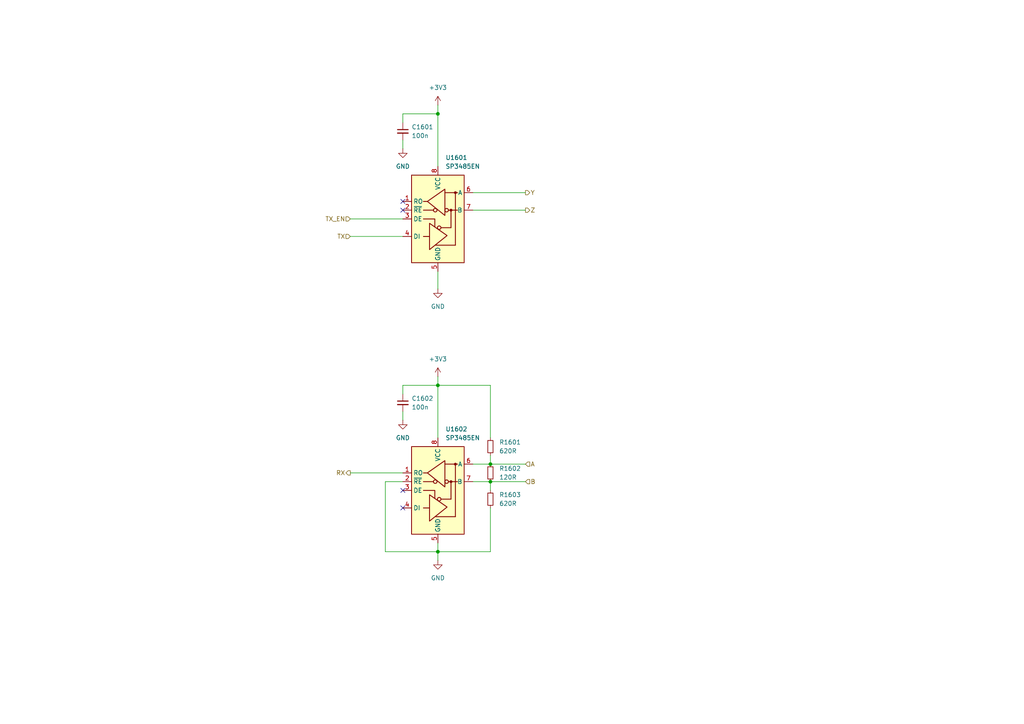
<source format=kicad_sch>
(kicad_sch
	(version 20231120)
	(generator "eeschema")
	(generator_version "8.0")
	(uuid "19597a08-7385-4474-8de4-2e79cf4eddaf")
	(paper "A4")
	(lib_symbols
		(symbol "Device:C_Small"
			(pin_numbers hide)
			(pin_names
				(offset 0.254) hide)
			(exclude_from_sim no)
			(in_bom yes)
			(on_board yes)
			(property "Reference" "C"
				(at 0.254 1.778 0)
				(effects
					(font
						(size 1.27 1.27)
					)
					(justify left)
				)
			)
			(property "Value" "C_Small"
				(at 0.254 -2.032 0)
				(effects
					(font
						(size 1.27 1.27)
					)
					(justify left)
				)
			)
			(property "Footprint" ""
				(at 0 0 0)
				(effects
					(font
						(size 1.27 1.27)
					)
					(hide yes)
				)
			)
			(property "Datasheet" "~"
				(at 0 0 0)
				(effects
					(font
						(size 1.27 1.27)
					)
					(hide yes)
				)
			)
			(property "Description" "Unpolarized capacitor, small symbol"
				(at 0 0 0)
				(effects
					(font
						(size 1.27 1.27)
					)
					(hide yes)
				)
			)
			(property "ki_keywords" "capacitor cap"
				(at 0 0 0)
				(effects
					(font
						(size 1.27 1.27)
					)
					(hide yes)
				)
			)
			(property "ki_fp_filters" "C_*"
				(at 0 0 0)
				(effects
					(font
						(size 1.27 1.27)
					)
					(hide yes)
				)
			)
			(symbol "C_Small_0_1"
				(polyline
					(pts
						(xy -1.524 -0.508) (xy 1.524 -0.508)
					)
					(stroke
						(width 0.3302)
						(type default)
					)
					(fill
						(type none)
					)
				)
				(polyline
					(pts
						(xy -1.524 0.508) (xy 1.524 0.508)
					)
					(stroke
						(width 0.3048)
						(type default)
					)
					(fill
						(type none)
					)
				)
			)
			(symbol "C_Small_1_1"
				(pin passive line
					(at 0 2.54 270)
					(length 2.032)
					(name "~"
						(effects
							(font
								(size 1.27 1.27)
							)
						)
					)
					(number "1"
						(effects
							(font
								(size 1.27 1.27)
							)
						)
					)
				)
				(pin passive line
					(at 0 -2.54 90)
					(length 2.032)
					(name "~"
						(effects
							(font
								(size 1.27 1.27)
							)
						)
					)
					(number "2"
						(effects
							(font
								(size 1.27 1.27)
							)
						)
					)
				)
			)
		)
		(symbol "Device:R_Small"
			(pin_numbers hide)
			(pin_names
				(offset 0.254) hide)
			(exclude_from_sim no)
			(in_bom yes)
			(on_board yes)
			(property "Reference" "R"
				(at 0.762 0.508 0)
				(effects
					(font
						(size 1.27 1.27)
					)
					(justify left)
				)
			)
			(property "Value" "R_Small"
				(at 0.762 -1.016 0)
				(effects
					(font
						(size 1.27 1.27)
					)
					(justify left)
				)
			)
			(property "Footprint" ""
				(at 0 0 0)
				(effects
					(font
						(size 1.27 1.27)
					)
					(hide yes)
				)
			)
			(property "Datasheet" "~"
				(at 0 0 0)
				(effects
					(font
						(size 1.27 1.27)
					)
					(hide yes)
				)
			)
			(property "Description" "Resistor, small symbol"
				(at 0 0 0)
				(effects
					(font
						(size 1.27 1.27)
					)
					(hide yes)
				)
			)
			(property "ki_keywords" "R resistor"
				(at 0 0 0)
				(effects
					(font
						(size 1.27 1.27)
					)
					(hide yes)
				)
			)
			(property "ki_fp_filters" "R_*"
				(at 0 0 0)
				(effects
					(font
						(size 1.27 1.27)
					)
					(hide yes)
				)
			)
			(symbol "R_Small_0_1"
				(rectangle
					(start -0.762 1.778)
					(end 0.762 -1.778)
					(stroke
						(width 0.2032)
						(type default)
					)
					(fill
						(type none)
					)
				)
			)
			(symbol "R_Small_1_1"
				(pin passive line
					(at 0 2.54 270)
					(length 0.762)
					(name "~"
						(effects
							(font
								(size 1.27 1.27)
							)
						)
					)
					(number "1"
						(effects
							(font
								(size 1.27 1.27)
							)
						)
					)
				)
				(pin passive line
					(at 0 -2.54 90)
					(length 0.762)
					(name "~"
						(effects
							(font
								(size 1.27 1.27)
							)
						)
					)
					(number "2"
						(effects
							(font
								(size 1.27 1.27)
							)
						)
					)
				)
			)
		)
		(symbol "Interface_UART:SP3485EN"
			(exclude_from_sim no)
			(in_bom yes)
			(on_board yes)
			(property "Reference" "U"
				(at -7.62 13.97 0)
				(effects
					(font
						(size 1.27 1.27)
					)
					(justify left)
				)
			)
			(property "Value" "SP3485EN"
				(at 1.905 13.97 0)
				(effects
					(font
						(size 1.27 1.27)
					)
					(justify left)
				)
			)
			(property "Footprint" "Package_SO:SOIC-8_3.9x4.9mm_P1.27mm"
				(at 26.67 -8.89 0)
				(effects
					(font
						(size 1.27 1.27)
						(italic yes)
					)
					(hide yes)
				)
			)
			(property "Datasheet" "http://www.icbase.com/pdf/SPX/SPX00480106.pdf"
				(at 0 0 0)
				(effects
					(font
						(size 1.27 1.27)
					)
					(hide yes)
				)
			)
			(property "Description" "Industrial 3.3V Low Power Half-Duplex RS-485 Transceiver 10Mbps, SOIC-8"
				(at 0 0 0)
				(effects
					(font
						(size 1.27 1.27)
					)
					(hide yes)
				)
			)
			(property "ki_keywords" "Low Power Half-Duplex RS-485 Transceiver 10Mbps"
				(at 0 0 0)
				(effects
					(font
						(size 1.27 1.27)
					)
					(hide yes)
				)
			)
			(property "ki_fp_filters" "SOIC*3.9x4.9mm*P1.27mm*"
				(at 0 0 0)
				(effects
					(font
						(size 1.27 1.27)
					)
					(hide yes)
				)
			)
			(symbol "SP3485EN_0_1"
				(rectangle
					(start -7.62 12.7)
					(end 7.62 -12.7)
					(stroke
						(width 0.254)
						(type default)
					)
					(fill
						(type background)
					)
				)
				(polyline
					(pts
						(xy -4.191 2.54) (xy -1.27 2.54)
					)
					(stroke
						(width 0.254)
						(type default)
					)
					(fill
						(type none)
					)
				)
				(polyline
					(pts
						(xy -2.54 -5.08) (xy -4.191 -5.08)
					)
					(stroke
						(width 0.254)
						(type default)
					)
					(fill
						(type none)
					)
				)
				(polyline
					(pts
						(xy -0.635 -7.62) (xy 5.08 -7.62)
					)
					(stroke
						(width 0.254)
						(type default)
					)
					(fill
						(type none)
					)
				)
				(polyline
					(pts
						(xy 0.889 -2.54) (xy 3.81 -2.54)
					)
					(stroke
						(width 0.254)
						(type default)
					)
					(fill
						(type none)
					)
				)
				(polyline
					(pts
						(xy 2.032 7.62) (xy 5.715 7.62)
					)
					(stroke
						(width 0.254)
						(type default)
					)
					(fill
						(type none)
					)
				)
				(polyline
					(pts
						(xy 3.048 2.54) (xy 5.715 2.54)
					)
					(stroke
						(width 0.254)
						(type default)
					)
					(fill
						(type none)
					)
				)
				(polyline
					(pts
						(xy 3.81 -2.54) (xy 3.81 2.54)
					)
					(stroke
						(width 0.254)
						(type default)
					)
					(fill
						(type none)
					)
				)
				(polyline
					(pts
						(xy 5.08 -7.62) (xy 5.08 7.62)
					)
					(stroke
						(width 0.254)
						(type default)
					)
					(fill
						(type none)
					)
				)
				(polyline
					(pts
						(xy -4.191 0) (xy -0.889 0) (xy -0.889 -2.286)
					)
					(stroke
						(width 0.254)
						(type default)
					)
					(fill
						(type none)
					)
				)
				(polyline
					(pts
						(xy -3.175 5.08) (xy -4.191 5.08) (xy -4.064 5.08)
					)
					(stroke
						(width 0.254)
						(type default)
					)
					(fill
						(type none)
					)
				)
				(polyline
					(pts
						(xy -2.413 -5.08) (xy -2.413 -1.27) (xy 2.667 -4.826) (xy -2.413 -8.89) (xy -2.413 -5.08)
					)
					(stroke
						(width 0.254)
						(type default)
					)
					(fill
						(type none)
					)
				)
				(circle
					(center 0.381 -2.54)
					(radius 0.508)
					(stroke
						(width 0.254)
						(type default)
					)
					(fill
						(type none)
					)
				)
				(circle
					(center 3.81 2.54)
					(radius 0.2794)
					(stroke
						(width 0.254)
						(type default)
					)
					(fill
						(type outline)
					)
				)
			)
			(symbol "SP3485EN_1_1"
				(circle
					(center -0.762 2.54)
					(radius 0.508)
					(stroke
						(width 0.254)
						(type default)
					)
					(fill
						(type none)
					)
				)
				(polyline
					(pts
						(xy 2.032 4.826) (xy 2.032 8.636) (xy -3.048 5.08) (xy 2.032 1.016) (xy 2.032 4.826)
					)
					(stroke
						(width 0.254)
						(type default)
					)
					(fill
						(type none)
					)
				)
				(circle
					(center 2.54 2.54)
					(radius 0.508)
					(stroke
						(width 0.254)
						(type default)
					)
					(fill
						(type none)
					)
				)
				(circle
					(center 5.08 7.62)
					(radius 0.2794)
					(stroke
						(width 0.254)
						(type default)
					)
					(fill
						(type outline)
					)
				)
				(pin output line
					(at -10.16 5.08 0)
					(length 2.54)
					(name "RO"
						(effects
							(font
								(size 1.27 1.27)
							)
						)
					)
					(number "1"
						(effects
							(font
								(size 1.27 1.27)
							)
						)
					)
				)
				(pin input line
					(at -10.16 2.54 0)
					(length 2.54)
					(name "~{RE}"
						(effects
							(font
								(size 1.27 1.27)
							)
						)
					)
					(number "2"
						(effects
							(font
								(size 1.27 1.27)
							)
						)
					)
				)
				(pin input line
					(at -10.16 0 0)
					(length 2.54)
					(name "DE"
						(effects
							(font
								(size 1.27 1.27)
							)
						)
					)
					(number "3"
						(effects
							(font
								(size 1.27 1.27)
							)
						)
					)
				)
				(pin input line
					(at -10.16 -5.08 0)
					(length 2.54)
					(name "DI"
						(effects
							(font
								(size 1.27 1.27)
							)
						)
					)
					(number "4"
						(effects
							(font
								(size 1.27 1.27)
							)
						)
					)
				)
				(pin power_in line
					(at 0 -15.24 90)
					(length 2.54)
					(name "GND"
						(effects
							(font
								(size 1.27 1.27)
							)
						)
					)
					(number "5"
						(effects
							(font
								(size 1.27 1.27)
							)
						)
					)
				)
				(pin bidirectional line
					(at 10.16 7.62 180)
					(length 2.54)
					(name "A"
						(effects
							(font
								(size 1.27 1.27)
							)
						)
					)
					(number "6"
						(effects
							(font
								(size 1.27 1.27)
							)
						)
					)
				)
				(pin bidirectional line
					(at 10.16 2.54 180)
					(length 2.54)
					(name "B"
						(effects
							(font
								(size 1.27 1.27)
							)
						)
					)
					(number "7"
						(effects
							(font
								(size 1.27 1.27)
							)
						)
					)
				)
				(pin power_in line
					(at 0 15.24 270)
					(length 2.54)
					(name "VCC"
						(effects
							(font
								(size 1.27 1.27)
							)
						)
					)
					(number "8"
						(effects
							(font
								(size 1.27 1.27)
							)
						)
					)
				)
			)
		)
		(symbol "power:+3V3"
			(power)
			(pin_numbers hide)
			(pin_names
				(offset 0) hide)
			(exclude_from_sim no)
			(in_bom yes)
			(on_board yes)
			(property "Reference" "#PWR"
				(at 0 -3.81 0)
				(effects
					(font
						(size 1.27 1.27)
					)
					(hide yes)
				)
			)
			(property "Value" "+3V3"
				(at 0 3.556 0)
				(effects
					(font
						(size 1.27 1.27)
					)
				)
			)
			(property "Footprint" ""
				(at 0 0 0)
				(effects
					(font
						(size 1.27 1.27)
					)
					(hide yes)
				)
			)
			(property "Datasheet" ""
				(at 0 0 0)
				(effects
					(font
						(size 1.27 1.27)
					)
					(hide yes)
				)
			)
			(property "Description" "Power symbol creates a global label with name \"+3V3\""
				(at 0 0 0)
				(effects
					(font
						(size 1.27 1.27)
					)
					(hide yes)
				)
			)
			(property "ki_keywords" "global power"
				(at 0 0 0)
				(effects
					(font
						(size 1.27 1.27)
					)
					(hide yes)
				)
			)
			(symbol "+3V3_0_1"
				(polyline
					(pts
						(xy -0.762 1.27) (xy 0 2.54)
					)
					(stroke
						(width 0)
						(type default)
					)
					(fill
						(type none)
					)
				)
				(polyline
					(pts
						(xy 0 0) (xy 0 2.54)
					)
					(stroke
						(width 0)
						(type default)
					)
					(fill
						(type none)
					)
				)
				(polyline
					(pts
						(xy 0 2.54) (xy 0.762 1.27)
					)
					(stroke
						(width 0)
						(type default)
					)
					(fill
						(type none)
					)
				)
			)
			(symbol "+3V3_1_1"
				(pin power_in line
					(at 0 0 90)
					(length 0)
					(name "~"
						(effects
							(font
								(size 1.27 1.27)
							)
						)
					)
					(number "1"
						(effects
							(font
								(size 1.27 1.27)
							)
						)
					)
				)
			)
		)
		(symbol "power:GND"
			(power)
			(pin_numbers hide)
			(pin_names
				(offset 0) hide)
			(exclude_from_sim no)
			(in_bom yes)
			(on_board yes)
			(property "Reference" "#PWR"
				(at 0 -6.35 0)
				(effects
					(font
						(size 1.27 1.27)
					)
					(hide yes)
				)
			)
			(property "Value" "GND"
				(at 0 -3.81 0)
				(effects
					(font
						(size 1.27 1.27)
					)
				)
			)
			(property "Footprint" ""
				(at 0 0 0)
				(effects
					(font
						(size 1.27 1.27)
					)
					(hide yes)
				)
			)
			(property "Datasheet" ""
				(at 0 0 0)
				(effects
					(font
						(size 1.27 1.27)
					)
					(hide yes)
				)
			)
			(property "Description" "Power symbol creates a global label with name \"GND\" , ground"
				(at 0 0 0)
				(effects
					(font
						(size 1.27 1.27)
					)
					(hide yes)
				)
			)
			(property "ki_keywords" "global power"
				(at 0 0 0)
				(effects
					(font
						(size 1.27 1.27)
					)
					(hide yes)
				)
			)
			(symbol "GND_0_1"
				(polyline
					(pts
						(xy 0 0) (xy 0 -1.27) (xy 1.27 -1.27) (xy 0 -2.54) (xy -1.27 -1.27) (xy 0 -1.27)
					)
					(stroke
						(width 0)
						(type default)
					)
					(fill
						(type none)
					)
				)
			)
			(symbol "GND_1_1"
				(pin power_in line
					(at 0 0 270)
					(length 0)
					(name "~"
						(effects
							(font
								(size 1.27 1.27)
							)
						)
					)
					(number "1"
						(effects
							(font
								(size 1.27 1.27)
							)
						)
					)
				)
			)
		)
	)
	(junction
		(at 127 111.76)
		(diameter 0)
		(color 0 0 0 0)
		(uuid "1a4d7142-ce1c-44c9-8022-f37791d91903")
	)
	(junction
		(at 142.24 134.62)
		(diameter 0)
		(color 0 0 0 0)
		(uuid "2261b6c4-3570-4437-b458-0648642a7d67")
	)
	(junction
		(at 127 33.02)
		(diameter 0)
		(color 0 0 0 0)
		(uuid "afe41672-cadb-408d-ad61-43abf643a77f")
	)
	(junction
		(at 142.24 139.7)
		(diameter 0)
		(color 0 0 0 0)
		(uuid "cc0619c2-429d-4e67-9ec2-253635c0fc62")
	)
	(junction
		(at 127 160.02)
		(diameter 0)
		(color 0 0 0 0)
		(uuid "ec1fc018-cc4b-40ad-b0f9-21dbd5d656f2")
	)
	(no_connect
		(at 116.84 142.24)
		(uuid "1141396b-e05c-4725-891c-a3f7a00806cf")
	)
	(no_connect
		(at 116.84 58.42)
		(uuid "1cd0f9aa-1b3f-4104-b10b-dfaf2e7ddca3")
	)
	(no_connect
		(at 116.84 60.96)
		(uuid "c3102b79-bd7d-42c7-8d3b-6efad8fd2d53")
	)
	(no_connect
		(at 116.84 147.32)
		(uuid "da89f184-5fa0-45d2-9e3d-8b46e74ff897")
	)
	(wire
		(pts
			(xy 111.76 139.7) (xy 111.76 160.02)
		)
		(stroke
			(width 0)
			(type default)
		)
		(uuid "0ae323b4-c404-41d3-ad96-1ec3879e9891")
	)
	(wire
		(pts
			(xy 137.16 139.7) (xy 142.24 139.7)
		)
		(stroke
			(width 0)
			(type default)
		)
		(uuid "11324ed6-435e-4987-b0b4-20355fc545d8")
	)
	(wire
		(pts
			(xy 142.24 134.62) (xy 152.4 134.62)
		)
		(stroke
			(width 0)
			(type default)
		)
		(uuid "18b798c6-2a6d-4cee-84ee-d3b066f7f17b")
	)
	(wire
		(pts
			(xy 127 160.02) (xy 127 162.56)
		)
		(stroke
			(width 0)
			(type default)
		)
		(uuid "2b07b073-4316-424e-bed5-9be03974d27a")
	)
	(wire
		(pts
			(xy 137.16 60.96) (xy 152.4 60.96)
		)
		(stroke
			(width 0)
			(type default)
		)
		(uuid "3061e4ae-5115-4a8e-a5f8-a109722a1bf1")
	)
	(wire
		(pts
			(xy 137.16 134.62) (xy 142.24 134.62)
		)
		(stroke
			(width 0)
			(type default)
		)
		(uuid "324cce48-2752-47c1-8050-e1e264f7d6a5")
	)
	(wire
		(pts
			(xy 127 127) (xy 127 111.76)
		)
		(stroke
			(width 0)
			(type default)
		)
		(uuid "3e709e36-5e42-424c-897b-57dbbcaee325")
	)
	(wire
		(pts
			(xy 116.84 119.38) (xy 116.84 121.92)
		)
		(stroke
			(width 0)
			(type default)
		)
		(uuid "3f6eaef0-14d8-4e7d-ac10-62092480df0d")
	)
	(wire
		(pts
			(xy 137.16 55.88) (xy 152.4 55.88)
		)
		(stroke
			(width 0)
			(type default)
		)
		(uuid "55529097-b771-4b86-ba63-345504fa6b9b")
	)
	(wire
		(pts
			(xy 101.6 137.16) (xy 116.84 137.16)
		)
		(stroke
			(width 0)
			(type default)
		)
		(uuid "583977e5-10bf-4019-9329-17cc2f0c9b63")
	)
	(wire
		(pts
			(xy 116.84 139.7) (xy 111.76 139.7)
		)
		(stroke
			(width 0)
			(type default)
		)
		(uuid "62ba3fe1-a2ae-4bc0-94b3-1942f038fc7a")
	)
	(wire
		(pts
			(xy 116.84 33.02) (xy 116.84 35.56)
		)
		(stroke
			(width 0)
			(type default)
		)
		(uuid "6a9e447d-3deb-4ae1-ae80-2ac740a39d1d")
	)
	(wire
		(pts
			(xy 127 33.02) (xy 116.84 33.02)
		)
		(stroke
			(width 0)
			(type default)
		)
		(uuid "6fb50e77-9b69-4e14-b10b-e919cddf108d")
	)
	(wire
		(pts
			(xy 142.24 147.32) (xy 142.24 160.02)
		)
		(stroke
			(width 0)
			(type default)
		)
		(uuid "6fc4d7ea-4b1e-4ac6-ae00-ec8d227f6b2a")
	)
	(wire
		(pts
			(xy 142.24 160.02) (xy 127 160.02)
		)
		(stroke
			(width 0)
			(type default)
		)
		(uuid "72bce45c-ce10-42f3-bbc2-b96c10befd88")
	)
	(wire
		(pts
			(xy 116.84 40.64) (xy 116.84 43.18)
		)
		(stroke
			(width 0)
			(type default)
		)
		(uuid "74bb01ba-9a34-4194-b0aa-50f015a95094")
	)
	(wire
		(pts
			(xy 142.24 111.76) (xy 127 111.76)
		)
		(stroke
			(width 0)
			(type default)
		)
		(uuid "8b454334-c3f7-4f7b-a33a-d2c538755e19")
	)
	(wire
		(pts
			(xy 101.6 63.5) (xy 116.84 63.5)
		)
		(stroke
			(width 0)
			(type default)
		)
		(uuid "99ac6dda-ab73-4157-8f67-e61fe1c0fd90")
	)
	(wire
		(pts
			(xy 127 109.22) (xy 127 111.76)
		)
		(stroke
			(width 0)
			(type default)
		)
		(uuid "abb9682c-62ba-48a9-b2e6-c96f772c3278")
	)
	(wire
		(pts
			(xy 111.76 160.02) (xy 127 160.02)
		)
		(stroke
			(width 0)
			(type default)
		)
		(uuid "abc72afe-ac46-4f9e-8752-c0c1b7d4e868")
	)
	(wire
		(pts
			(xy 142.24 127) (xy 142.24 111.76)
		)
		(stroke
			(width 0)
			(type default)
		)
		(uuid "aee7ce29-382d-4680-a3b1-ffc2ed15221c")
	)
	(wire
		(pts
			(xy 116.84 111.76) (xy 116.84 114.3)
		)
		(stroke
			(width 0)
			(type default)
		)
		(uuid "b030f81f-3b06-4f58-bd55-ea302c18f9ca")
	)
	(wire
		(pts
			(xy 142.24 139.7) (xy 142.24 142.24)
		)
		(stroke
			(width 0)
			(type default)
		)
		(uuid "b75d515a-7bd4-4063-84fe-785679787985")
	)
	(wire
		(pts
			(xy 127 111.76) (xy 116.84 111.76)
		)
		(stroke
			(width 0)
			(type default)
		)
		(uuid "c1b1a9cf-19ed-4050-a78c-0e56b3b7f85a")
	)
	(wire
		(pts
			(xy 127 157.48) (xy 127 160.02)
		)
		(stroke
			(width 0)
			(type default)
		)
		(uuid "c617bac6-5e50-4bc1-ab8e-b0816206f693")
	)
	(wire
		(pts
			(xy 127 78.74) (xy 127 83.82)
		)
		(stroke
			(width 0)
			(type default)
		)
		(uuid "d69a5e7f-2ddd-4e34-8951-4a8ff2c6584e")
	)
	(wire
		(pts
			(xy 142.24 139.7) (xy 152.4 139.7)
		)
		(stroke
			(width 0)
			(type default)
		)
		(uuid "d9863a13-2a46-45ec-9b14-2caebd8b4690")
	)
	(wire
		(pts
			(xy 127 30.48) (xy 127 33.02)
		)
		(stroke
			(width 0)
			(type default)
		)
		(uuid "da719050-edd1-47cb-999d-752499212f79")
	)
	(wire
		(pts
			(xy 127 48.26) (xy 127 33.02)
		)
		(stroke
			(width 0)
			(type default)
		)
		(uuid "dcbd4384-bf99-426d-ba52-da51c54c42f5")
	)
	(wire
		(pts
			(xy 142.24 132.08) (xy 142.24 134.62)
		)
		(stroke
			(width 0)
			(type default)
		)
		(uuid "df66db03-e940-44aa-84d5-8e5aafe5e50f")
	)
	(wire
		(pts
			(xy 101.6 68.58) (xy 116.84 68.58)
		)
		(stroke
			(width 0)
			(type default)
		)
		(uuid "f432e67d-7a1c-4144-af71-82894377c92a")
	)
	(hierarchical_label "Y"
		(shape output)
		(at 152.4 55.88 0)
		(fields_autoplaced yes)
		(effects
			(font
				(size 1.27 1.27)
			)
			(justify left)
		)
		(uuid "3579ca5d-065e-4b4d-aaf9-c7e6cc76b9d0")
	)
	(hierarchical_label "TX_EN"
		(shape input)
		(at 101.6 63.5 180)
		(fields_autoplaced yes)
		(effects
			(font
				(size 1.27 1.27)
			)
			(justify right)
		)
		(uuid "4e50f375-91f1-4a63-9943-369b2644bcfc")
	)
	(hierarchical_label "TX"
		(shape input)
		(at 101.6 68.58 180)
		(fields_autoplaced yes)
		(effects
			(font
				(size 1.27 1.27)
			)
			(justify right)
		)
		(uuid "5b8bcd40-2a9a-44fe-9b72-c83bf9f64d95")
	)
	(hierarchical_label "RX"
		(shape output)
		(at 101.6 137.16 180)
		(fields_autoplaced yes)
		(effects
			(font
				(size 1.27 1.27)
			)
			(justify right)
		)
		(uuid "953c6445-fd7f-403c-bd55-f7c8e4ee54e9")
	)
	(hierarchical_label "A"
		(shape input)
		(at 152.4 134.62 0)
		(fields_autoplaced yes)
		(effects
			(font
				(size 1.27 1.27)
			)
			(justify left)
		)
		(uuid "9a3b519a-4da9-49d3-9e82-0b984390642a")
	)
	(hierarchical_label "Z"
		(shape output)
		(at 152.4 60.96 0)
		(fields_autoplaced yes)
		(effects
			(font
				(size 1.27 1.27)
			)
			(justify left)
		)
		(uuid "a6568c78-37d3-4e69-a93a-dd248b73d063")
	)
	(hierarchical_label "B"
		(shape input)
		(at 152.4 139.7 0)
		(fields_autoplaced yes)
		(effects
			(font
				(size 1.27 1.27)
			)
			(justify left)
		)
		(uuid "e76ac2fb-1bd6-4c38-9b99-b545990aaa2b")
	)
	(symbol
		(lib_id "power:GND")
		(at 116.84 43.18 0)
		(unit 1)
		(exclude_from_sim no)
		(in_bom yes)
		(on_board yes)
		(dnp no)
		(fields_autoplaced yes)
		(uuid "21f1e5b2-8192-4ae7-8939-929c7b9c278f")
		(property "Reference" "#PWR0171"
			(at 116.84 49.53 0)
			(effects
				(font
					(size 1.27 1.27)
				)
				(hide yes)
			)
		)
		(property "Value" "GND"
			(at 116.84 48.26 0)
			(effects
				(font
					(size 1.27 1.27)
				)
			)
		)
		(property "Footprint" ""
			(at 116.84 43.18 0)
			(effects
				(font
					(size 1.27 1.27)
				)
				(hide yes)
			)
		)
		(property "Datasheet" ""
			(at 116.84 43.18 0)
			(effects
				(font
					(size 1.27 1.27)
				)
				(hide yes)
			)
		)
		(property "Description" "Power symbol creates a global label with name \"GND\" , ground"
			(at 116.84 43.18 0)
			(effects
				(font
					(size 1.27 1.27)
				)
				(hide yes)
			)
		)
		(pin "1"
			(uuid "2a7228ce-da92-486a-ba90-1492bfcc8042")
		)
		(instances
			(project "stmbl-fpga-master"
				(path "/1f4f22c5-e7b1-4469-a82b-89470ab4678f/034ff52e-8d05-44c1-be51-40ec4cc5be41/0002f502-312c-4cdd-9b2e-a6dda17ea9eb"
					(reference "#PWR0171")
					(unit 1)
				)
				(path "/1f4f22c5-e7b1-4469-a82b-89470ab4678f/034ff52e-8d05-44c1-be51-40ec4cc5be41/00585f86-e3ba-4e8a-8e3e-840a4bdaa79f"
					(reference "#PWR0218")
					(unit 1)
				)
				(path "/1f4f22c5-e7b1-4469-a82b-89470ab4678f/034ff52e-8d05-44c1-be51-40ec4cc5be41/0d39021b-21fa-44c9-9b12-e8f2cfb252b5"
					(reference "#PWR0189")
					(unit 1)
				)
				(path "/1f4f22c5-e7b1-4469-a82b-89470ab4678f/034ff52e-8d05-44c1-be51-40ec4cc5be41/1ed0c195-3f77-41db-8c67-1a1682962a73"
					(reference "#PWR0159")
					(unit 1)
				)
				(path "/1f4f22c5-e7b1-4469-a82b-89470ab4678f/034ff52e-8d05-44c1-be51-40ec4cc5be41/260ab491-49c7-4ee9-8dc2-37af39d8d3aa"
					(reference "#PWR0183")
					(unit 1)
				)
				(path "/1f4f22c5-e7b1-4469-a82b-89470ab4678f/034ff52e-8d05-44c1-be51-40ec4cc5be41/4062f83a-2cc9-40df-8743-2964193afafd"
					(reference "#PWR0135")
					(unit 1)
				)
				(path "/1f4f22c5-e7b1-4469-a82b-89470ab4678f/034ff52e-8d05-44c1-be51-40ec4cc5be41/60f7c47e-9702-42a6-acd2-10685014405b"
					(reference "#PWR0165")
					(unit 1)
				)
				(path "/1f4f22c5-e7b1-4469-a82b-89470ab4678f/034ff52e-8d05-44c1-be51-40ec4cc5be41/65903f6e-a1d6-43d6-985a-79a70313c9a0"
					(reference "#PWR0141")
					(unit 1)
				)
				(path "/1f4f22c5-e7b1-4469-a82b-89470ab4678f/034ff52e-8d05-44c1-be51-40ec4cc5be41/72ff5368-5cab-494e-b00d-8a509a8b1bb8"
					(reference "#PWR0195")
					(unit 1)
				)
				(path "/1f4f22c5-e7b1-4469-a82b-89470ab4678f/034ff52e-8d05-44c1-be51-40ec4cc5be41/9896ea57-8aed-406f-81f1-a1d1e3c3e533"
					(reference "#PWR0177")
					(unit 1)
				)
				(path "/1f4f22c5-e7b1-4469-a82b-89470ab4678f/034ff52e-8d05-44c1-be51-40ec4cc5be41/b2f41e34-60a7-4fb5-b0c7-b46f11edc0ff"
					(reference "#PWR0147")
					(unit 1)
				)
				(path "/1f4f22c5-e7b1-4469-a82b-89470ab4678f/034ff52e-8d05-44c1-be51-40ec4cc5be41/f5a57589-06cb-4d40-bac2-4a9892b7f1a9"
					(reference "#PWR0153")
					(unit 1)
				)
				(path "/1f4f22c5-e7b1-4469-a82b-89470ab4678f/9d968f66-6cf6-4db0-ab5a-bd8fb214abd4/419ed93c-cbca-4c8c-9ee6-96724dea707e"
					(reference "#PWR0230")
					(unit 1)
				)
				(path "/1f4f22c5-e7b1-4469-a82b-89470ab4678f/9d968f66-6cf6-4db0-ab5a-bd8fb214abd4/5f7b44ab-86e3-4503-abc2-5787966b97ca"
					(reference "#PWR0224")
					(unit 1)
				)
			)
		)
	)
	(symbol
		(lib_id "Device:C_Small")
		(at 116.84 38.1 0)
		(unit 1)
		(exclude_from_sim no)
		(in_bom yes)
		(on_board yes)
		(dnp no)
		(fields_autoplaced yes)
		(uuid "3739013d-413e-4f81-afb6-7bbdbeba712f")
		(property "Reference" "C1601"
			(at 119.38 36.8362 0)
			(effects
				(font
					(size 1.27 1.27)
				)
				(justify left)
			)
		)
		(property "Value" "100n"
			(at 119.38 39.3762 0)
			(effects
				(font
					(size 1.27 1.27)
				)
				(justify left)
			)
		)
		(property "Footprint" "Capacitor_SMD:C_0603_1608Metric"
			(at 116.84 38.1 0)
			(effects
				(font
					(size 1.27 1.27)
				)
				(hide yes)
			)
		)
		(property "Datasheet" "~"
			(at 116.84 38.1 0)
			(effects
				(font
					(size 1.27 1.27)
				)
				(hide yes)
			)
		)
		(property "Description" "Unpolarized capacitor, small symbol"
			(at 116.84 38.1 0)
			(effects
				(font
					(size 1.27 1.27)
				)
				(hide yes)
			)
		)
		(pin "2"
			(uuid "fd2a69a3-bfb4-4f8a-9afe-73b7350345e4")
		)
		(pin "1"
			(uuid "53503e45-4d28-4b77-81e9-cf3280bf37b9")
		)
		(instances
			(project "stmbl-fpga-master"
				(path "/1f4f22c5-e7b1-4469-a82b-89470ab4678f/034ff52e-8d05-44c1-be51-40ec4cc5be41/0002f502-312c-4cdd-9b2e-a6dda17ea9eb"
					(reference "C1601")
					(unit 1)
				)
				(path "/1f4f22c5-e7b1-4469-a82b-89470ab4678f/034ff52e-8d05-44c1-be51-40ec4cc5be41/00585f86-e3ba-4e8a-8e3e-840a4bdaa79f"
					(reference "C2101")
					(unit 1)
				)
				(path "/1f4f22c5-e7b1-4469-a82b-89470ab4678f/034ff52e-8d05-44c1-be51-40ec4cc5be41/0d39021b-21fa-44c9-9b12-e8f2cfb252b5"
					(reference "C1901")
					(unit 1)
				)
				(path "/1f4f22c5-e7b1-4469-a82b-89470ab4678f/034ff52e-8d05-44c1-be51-40ec4cc5be41/1ed0c195-3f77-41db-8c67-1a1682962a73"
					(reference "C1401")
					(unit 1)
				)
				(path "/1f4f22c5-e7b1-4469-a82b-89470ab4678f/034ff52e-8d05-44c1-be51-40ec4cc5be41/260ab491-49c7-4ee9-8dc2-37af39d8d3aa"
					(reference "C1801")
					(unit 1)
				)
				(path "/1f4f22c5-e7b1-4469-a82b-89470ab4678f/034ff52e-8d05-44c1-be51-40ec4cc5be41/4062f83a-2cc9-40df-8743-2964193afafd"
					(reference "C1001")
					(unit 1)
				)
				(path "/1f4f22c5-e7b1-4469-a82b-89470ab4678f/034ff52e-8d05-44c1-be51-40ec4cc5be41/60f7c47e-9702-42a6-acd2-10685014405b"
					(reference "C1501")
					(unit 1)
				)
				(path "/1f4f22c5-e7b1-4469-a82b-89470ab4678f/034ff52e-8d05-44c1-be51-40ec4cc5be41/65903f6e-a1d6-43d6-985a-79a70313c9a0"
					(reference "C1101")
					(unit 1)
				)
				(path "/1f4f22c5-e7b1-4469-a82b-89470ab4678f/034ff52e-8d05-44c1-be51-40ec4cc5be41/72ff5368-5cab-494e-b00d-8a509a8b1bb8"
					(reference "C2001")
					(unit 1)
				)
				(path "/1f4f22c5-e7b1-4469-a82b-89470ab4678f/034ff52e-8d05-44c1-be51-40ec4cc5be41/9896ea57-8aed-406f-81f1-a1d1e3c3e533"
					(reference "C1701")
					(unit 1)
				)
				(path "/1f4f22c5-e7b1-4469-a82b-89470ab4678f/034ff52e-8d05-44c1-be51-40ec4cc5be41/b2f41e34-60a7-4fb5-b0c7-b46f11edc0ff"
					(reference "C1201")
					(unit 1)
				)
				(path "/1f4f22c5-e7b1-4469-a82b-89470ab4678f/034ff52e-8d05-44c1-be51-40ec4cc5be41/f5a57589-06cb-4d40-bac2-4a9892b7f1a9"
					(reference "C1301")
					(unit 1)
				)
				(path "/1f4f22c5-e7b1-4469-a82b-89470ab4678f/9d968f66-6cf6-4db0-ab5a-bd8fb214abd4/419ed93c-cbca-4c8c-9ee6-96724dea707e"
					(reference "C2301")
					(unit 1)
				)
				(path "/1f4f22c5-e7b1-4469-a82b-89470ab4678f/9d968f66-6cf6-4db0-ab5a-bd8fb214abd4/5f7b44ab-86e3-4503-abc2-5787966b97ca"
					(reference "C2201")
					(unit 1)
				)
			)
		)
	)
	(symbol
		(lib_id "power:GND")
		(at 127 162.56 0)
		(unit 1)
		(exclude_from_sim no)
		(in_bom yes)
		(on_board yes)
		(dnp no)
		(fields_autoplaced yes)
		(uuid "3eb51428-2c90-4059-b10f-560689716953")
		(property "Reference" "#PWR0176"
			(at 127 168.91 0)
			(effects
				(font
					(size 1.27 1.27)
				)
				(hide yes)
			)
		)
		(property "Value" "GND"
			(at 127 167.64 0)
			(effects
				(font
					(size 1.27 1.27)
				)
			)
		)
		(property "Footprint" ""
			(at 127 162.56 0)
			(effects
				(font
					(size 1.27 1.27)
				)
				(hide yes)
			)
		)
		(property "Datasheet" ""
			(at 127 162.56 0)
			(effects
				(font
					(size 1.27 1.27)
				)
				(hide yes)
			)
		)
		(property "Description" "Power symbol creates a global label with name \"GND\" , ground"
			(at 127 162.56 0)
			(effects
				(font
					(size 1.27 1.27)
				)
				(hide yes)
			)
		)
		(pin "1"
			(uuid "481ccce5-556f-4b62-9d2c-8e23bcde9635")
		)
		(instances
			(project "stmbl-fpga-master"
				(path "/1f4f22c5-e7b1-4469-a82b-89470ab4678f/034ff52e-8d05-44c1-be51-40ec4cc5be41/0002f502-312c-4cdd-9b2e-a6dda17ea9eb"
					(reference "#PWR0176")
					(unit 1)
				)
				(path "/1f4f22c5-e7b1-4469-a82b-89470ab4678f/034ff52e-8d05-44c1-be51-40ec4cc5be41/00585f86-e3ba-4e8a-8e3e-840a4bdaa79f"
					(reference "#PWR0223")
					(unit 1)
				)
				(path "/1f4f22c5-e7b1-4469-a82b-89470ab4678f/034ff52e-8d05-44c1-be51-40ec4cc5be41/0d39021b-21fa-44c9-9b12-e8f2cfb252b5"
					(reference "#PWR0194")
					(unit 1)
				)
				(path "/1f4f22c5-e7b1-4469-a82b-89470ab4678f/034ff52e-8d05-44c1-be51-40ec4cc5be41/1ed0c195-3f77-41db-8c67-1a1682962a73"
					(reference "#PWR0164")
					(unit 1)
				)
				(path "/1f4f22c5-e7b1-4469-a82b-89470ab4678f/034ff52e-8d05-44c1-be51-40ec4cc5be41/260ab491-49c7-4ee9-8dc2-37af39d8d3aa"
					(reference "#PWR0188")
					(unit 1)
				)
				(path "/1f4f22c5-e7b1-4469-a82b-89470ab4678f/034ff52e-8d05-44c1-be51-40ec4cc5be41/4062f83a-2cc9-40df-8743-2964193afafd"
					(reference "#PWR0140")
					(unit 1)
				)
				(path "/1f4f22c5-e7b1-4469-a82b-89470ab4678f/034ff52e-8d05-44c1-be51-40ec4cc5be41/60f7c47e-9702-42a6-acd2-10685014405b"
					(reference "#PWR0170")
					(unit 1)
				)
				(path "/1f4f22c5-e7b1-4469-a82b-89470ab4678f/034ff52e-8d05-44c1-be51-40ec4cc5be41/65903f6e-a1d6-43d6-985a-79a70313c9a0"
					(reference "#PWR0146")
					(unit 1)
				)
				(path "/1f4f22c5-e7b1-4469-a82b-89470ab4678f/034ff52e-8d05-44c1-be51-40ec4cc5be41/72ff5368-5cab-494e-b00d-8a509a8b1bb8"
					(reference "#PWR0200")
					(unit 1)
				)
				(path "/1f4f22c5-e7b1-4469-a82b-89470ab4678f/034ff52e-8d05-44c1-be51-40ec4cc5be41/9896ea57-8aed-406f-81f1-a1d1e3c3e533"
					(reference "#PWR0182")
					(unit 1)
				)
				(path "/1f4f22c5-e7b1-4469-a82b-89470ab4678f/034ff52e-8d05-44c1-be51-40ec4cc5be41/b2f41e34-60a7-4fb5-b0c7-b46f11edc0ff"
					(reference "#PWR0152")
					(unit 1)
				)
				(path "/1f4f22c5-e7b1-4469-a82b-89470ab4678f/034ff52e-8d05-44c1-be51-40ec4cc5be41/f5a57589-06cb-4d40-bac2-4a9892b7f1a9"
					(reference "#PWR0158")
					(unit 1)
				)
				(path "/1f4f22c5-e7b1-4469-a82b-89470ab4678f/9d968f66-6cf6-4db0-ab5a-bd8fb214abd4/419ed93c-cbca-4c8c-9ee6-96724dea707e"
					(reference "#PWR0235")
					(unit 1)
				)
				(path "/1f4f22c5-e7b1-4469-a82b-89470ab4678f/9d968f66-6cf6-4db0-ab5a-bd8fb214abd4/5f7b44ab-86e3-4503-abc2-5787966b97ca"
					(reference "#PWR0229")
					(unit 1)
				)
			)
		)
	)
	(symbol
		(lib_id "power:GND")
		(at 116.84 121.92 0)
		(unit 1)
		(exclude_from_sim no)
		(in_bom yes)
		(on_board yes)
		(dnp no)
		(fields_autoplaced yes)
		(uuid "47247137-b07c-441d-8957-075af72bf299")
		(property "Reference" "#PWR0172"
			(at 116.84 128.27 0)
			(effects
				(font
					(size 1.27 1.27)
				)
				(hide yes)
			)
		)
		(property "Value" "GND"
			(at 116.84 127 0)
			(effects
				(font
					(size 1.27 1.27)
				)
			)
		)
		(property "Footprint" ""
			(at 116.84 121.92 0)
			(effects
				(font
					(size 1.27 1.27)
				)
				(hide yes)
			)
		)
		(property "Datasheet" ""
			(at 116.84 121.92 0)
			(effects
				(font
					(size 1.27 1.27)
				)
				(hide yes)
			)
		)
		(property "Description" "Power symbol creates a global label with name \"GND\" , ground"
			(at 116.84 121.92 0)
			(effects
				(font
					(size 1.27 1.27)
				)
				(hide yes)
			)
		)
		(pin "1"
			(uuid "910e7357-edd0-4a49-9db6-84c43dda6323")
		)
		(instances
			(project "stmbl-fpga-master"
				(path "/1f4f22c5-e7b1-4469-a82b-89470ab4678f/034ff52e-8d05-44c1-be51-40ec4cc5be41/0002f502-312c-4cdd-9b2e-a6dda17ea9eb"
					(reference "#PWR0172")
					(unit 1)
				)
				(path "/1f4f22c5-e7b1-4469-a82b-89470ab4678f/034ff52e-8d05-44c1-be51-40ec4cc5be41/00585f86-e3ba-4e8a-8e3e-840a4bdaa79f"
					(reference "#PWR0219")
					(unit 1)
				)
				(path "/1f4f22c5-e7b1-4469-a82b-89470ab4678f/034ff52e-8d05-44c1-be51-40ec4cc5be41/0d39021b-21fa-44c9-9b12-e8f2cfb252b5"
					(reference "#PWR0190")
					(unit 1)
				)
				(path "/1f4f22c5-e7b1-4469-a82b-89470ab4678f/034ff52e-8d05-44c1-be51-40ec4cc5be41/1ed0c195-3f77-41db-8c67-1a1682962a73"
					(reference "#PWR0160")
					(unit 1)
				)
				(path "/1f4f22c5-e7b1-4469-a82b-89470ab4678f/034ff52e-8d05-44c1-be51-40ec4cc5be41/260ab491-49c7-4ee9-8dc2-37af39d8d3aa"
					(reference "#PWR0184")
					(unit 1)
				)
				(path "/1f4f22c5-e7b1-4469-a82b-89470ab4678f/034ff52e-8d05-44c1-be51-40ec4cc5be41/4062f83a-2cc9-40df-8743-2964193afafd"
					(reference "#PWR0136")
					(unit 1)
				)
				(path "/1f4f22c5-e7b1-4469-a82b-89470ab4678f/034ff52e-8d05-44c1-be51-40ec4cc5be41/60f7c47e-9702-42a6-acd2-10685014405b"
					(reference "#PWR0166")
					(unit 1)
				)
				(path "/1f4f22c5-e7b1-4469-a82b-89470ab4678f/034ff52e-8d05-44c1-be51-40ec4cc5be41/65903f6e-a1d6-43d6-985a-79a70313c9a0"
					(reference "#PWR0142")
					(unit 1)
				)
				(path "/1f4f22c5-e7b1-4469-a82b-89470ab4678f/034ff52e-8d05-44c1-be51-40ec4cc5be41/72ff5368-5cab-494e-b00d-8a509a8b1bb8"
					(reference "#PWR0196")
					(unit 1)
				)
				(path "/1f4f22c5-e7b1-4469-a82b-89470ab4678f/034ff52e-8d05-44c1-be51-40ec4cc5be41/9896ea57-8aed-406f-81f1-a1d1e3c3e533"
					(reference "#PWR0178")
					(unit 1)
				)
				(path "/1f4f22c5-e7b1-4469-a82b-89470ab4678f/034ff52e-8d05-44c1-be51-40ec4cc5be41/b2f41e34-60a7-4fb5-b0c7-b46f11edc0ff"
					(reference "#PWR0148")
					(unit 1)
				)
				(path "/1f4f22c5-e7b1-4469-a82b-89470ab4678f/034ff52e-8d05-44c1-be51-40ec4cc5be41/f5a57589-06cb-4d40-bac2-4a9892b7f1a9"
					(reference "#PWR0154")
					(unit 1)
				)
				(path "/1f4f22c5-e7b1-4469-a82b-89470ab4678f/9d968f66-6cf6-4db0-ab5a-bd8fb214abd4/419ed93c-cbca-4c8c-9ee6-96724dea707e"
					(reference "#PWR0231")
					(unit 1)
				)
				(path "/1f4f22c5-e7b1-4469-a82b-89470ab4678f/9d968f66-6cf6-4db0-ab5a-bd8fb214abd4/5f7b44ab-86e3-4503-abc2-5787966b97ca"
					(reference "#PWR0225")
					(unit 1)
				)
			)
		)
	)
	(symbol
		(lib_id "Interface_UART:SP3485EN")
		(at 127 142.24 0)
		(unit 1)
		(exclude_from_sim no)
		(in_bom yes)
		(on_board yes)
		(dnp no)
		(fields_autoplaced yes)
		(uuid "4b312465-eaa3-42de-9ae8-9706f8f0c17b")
		(property "Reference" "U1602"
			(at 129.1941 124.46 0)
			(effects
				(font
					(size 1.27 1.27)
				)
				(justify left)
			)
		)
		(property "Value" "SP3485EN"
			(at 129.1941 127 0)
			(effects
				(font
					(size 1.27 1.27)
				)
				(justify left)
			)
		)
		(property "Footprint" "Package_SO:SOIC-8_3.9x4.9mm_P1.27mm"
			(at 153.67 151.13 0)
			(effects
				(font
					(size 1.27 1.27)
					(italic yes)
				)
				(hide yes)
			)
		)
		(property "Datasheet" "http://www.icbase.com/pdf/SPX/SPX00480106.pdf"
			(at 127 142.24 0)
			(effects
				(font
					(size 1.27 1.27)
				)
				(hide yes)
			)
		)
		(property "Description" "Industrial 3.3V Low Power Half-Duplex RS-485 Transceiver 10Mbps, SOIC-8"
			(at 127 142.24 0)
			(effects
				(font
					(size 1.27 1.27)
				)
				(hide yes)
			)
		)
		(pin "8"
			(uuid "e1d05706-a4c1-4dcf-94fc-86a506f060f4")
		)
		(pin "4"
			(uuid "64f17e61-6fa6-40f4-8c8a-72a89769c9e4")
		)
		(pin "2"
			(uuid "ee5d31e3-b74e-4bdf-9538-fa2ae977f579")
		)
		(pin "7"
			(uuid "a26354bd-b63e-467e-bb37-3df0106ce52f")
		)
		(pin "1"
			(uuid "041650a8-9fc0-42da-b1a4-b9cd5f21618a")
		)
		(pin "3"
			(uuid "b52d1ec6-09e5-4b9f-a0e8-5bdbfe6a14f2")
		)
		(pin "5"
			(uuid "e46b8611-fa60-47ad-8407-52c12d8e9224")
		)
		(pin "6"
			(uuid "17e6f344-d3f1-45bc-aaf4-82fd7657fcd7")
		)
		(instances
			(project "stmbl-fpga-master"
				(path "/1f4f22c5-e7b1-4469-a82b-89470ab4678f/034ff52e-8d05-44c1-be51-40ec4cc5be41/0002f502-312c-4cdd-9b2e-a6dda17ea9eb"
					(reference "U1602")
					(unit 1)
				)
				(path "/1f4f22c5-e7b1-4469-a82b-89470ab4678f/034ff52e-8d05-44c1-be51-40ec4cc5be41/00585f86-e3ba-4e8a-8e3e-840a4bdaa79f"
					(reference "U2102")
					(unit 1)
				)
				(path "/1f4f22c5-e7b1-4469-a82b-89470ab4678f/034ff52e-8d05-44c1-be51-40ec4cc5be41/0d39021b-21fa-44c9-9b12-e8f2cfb252b5"
					(reference "U1902")
					(unit 1)
				)
				(path "/1f4f22c5-e7b1-4469-a82b-89470ab4678f/034ff52e-8d05-44c1-be51-40ec4cc5be41/1ed0c195-3f77-41db-8c67-1a1682962a73"
					(reference "U1402")
					(unit 1)
				)
				(path "/1f4f22c5-e7b1-4469-a82b-89470ab4678f/034ff52e-8d05-44c1-be51-40ec4cc5be41/260ab491-49c7-4ee9-8dc2-37af39d8d3aa"
					(reference "U1802")
					(unit 1)
				)
				(path "/1f4f22c5-e7b1-4469-a82b-89470ab4678f/034ff52e-8d05-44c1-be51-40ec4cc5be41/4062f83a-2cc9-40df-8743-2964193afafd"
					(reference "U1002")
					(unit 1)
				)
				(path "/1f4f22c5-e7b1-4469-a82b-89470ab4678f/034ff52e-8d05-44c1-be51-40ec4cc5be41/60f7c47e-9702-42a6-acd2-10685014405b"
					(reference "U1502")
					(unit 1)
				)
				(path "/1f4f22c5-e7b1-4469-a82b-89470ab4678f/034ff52e-8d05-44c1-be51-40ec4cc5be41/65903f6e-a1d6-43d6-985a-79a70313c9a0"
					(reference "U1102")
					(unit 1)
				)
				(path "/1f4f22c5-e7b1-4469-a82b-89470ab4678f/034ff52e-8d05-44c1-be51-40ec4cc5be41/72ff5368-5cab-494e-b00d-8a509a8b1bb8"
					(reference "U2002")
					(unit 1)
				)
				(path "/1f4f22c5-e7b1-4469-a82b-89470ab4678f/034ff52e-8d05-44c1-be51-40ec4cc5be41/9896ea57-8aed-406f-81f1-a1d1e3c3e533"
					(reference "U1702")
					(unit 1)
				)
				(path "/1f4f22c5-e7b1-4469-a82b-89470ab4678f/034ff52e-8d05-44c1-be51-40ec4cc5be41/b2f41e34-60a7-4fb5-b0c7-b46f11edc0ff"
					(reference "U1202")
					(unit 1)
				)
				(path "/1f4f22c5-e7b1-4469-a82b-89470ab4678f/034ff52e-8d05-44c1-be51-40ec4cc5be41/f5a57589-06cb-4d40-bac2-4a9892b7f1a9"
					(reference "U1302")
					(unit 1)
				)
				(path "/1f4f22c5-e7b1-4469-a82b-89470ab4678f/9d968f66-6cf6-4db0-ab5a-bd8fb214abd4/419ed93c-cbca-4c8c-9ee6-96724dea707e"
					(reference "U2302")
					(unit 1)
				)
				(path "/1f4f22c5-e7b1-4469-a82b-89470ab4678f/9d968f66-6cf6-4db0-ab5a-bd8fb214abd4/5f7b44ab-86e3-4503-abc2-5787966b97ca"
					(reference "U2202")
					(unit 1)
				)
			)
		)
	)
	(symbol
		(lib_id "power:+3V3")
		(at 127 30.48 0)
		(unit 1)
		(exclude_from_sim no)
		(in_bom yes)
		(on_board yes)
		(dnp no)
		(fields_autoplaced yes)
		(uuid "644d3c1f-fbc8-4a79-8a6a-146c78f988c7")
		(property "Reference" "#PWR0173"
			(at 127 34.29 0)
			(effects
				(font
					(size 1.27 1.27)
				)
				(hide yes)
			)
		)
		(property "Value" "+3V3"
			(at 127 25.4 0)
			(effects
				(font
					(size 1.27 1.27)
				)
			)
		)
		(property "Footprint" ""
			(at 127 30.48 0)
			(effects
				(font
					(size 1.27 1.27)
				)
				(hide yes)
			)
		)
		(property "Datasheet" ""
			(at 127 30.48 0)
			(effects
				(font
					(size 1.27 1.27)
				)
				(hide yes)
			)
		)
		(property "Description" "Power symbol creates a global label with name \"+3V3\""
			(at 127 30.48 0)
			(effects
				(font
					(size 1.27 1.27)
				)
				(hide yes)
			)
		)
		(pin "1"
			(uuid "6ddce935-d07b-447f-a4a1-33ae13dff6ae")
		)
		(instances
			(project "stmbl-fpga-master"
				(path "/1f4f22c5-e7b1-4469-a82b-89470ab4678f/034ff52e-8d05-44c1-be51-40ec4cc5be41/0002f502-312c-4cdd-9b2e-a6dda17ea9eb"
					(reference "#PWR0173")
					(unit 1)
				)
				(path "/1f4f22c5-e7b1-4469-a82b-89470ab4678f/034ff52e-8d05-44c1-be51-40ec4cc5be41/00585f86-e3ba-4e8a-8e3e-840a4bdaa79f"
					(reference "#PWR0220")
					(unit 1)
				)
				(path "/1f4f22c5-e7b1-4469-a82b-89470ab4678f/034ff52e-8d05-44c1-be51-40ec4cc5be41/0d39021b-21fa-44c9-9b12-e8f2cfb252b5"
					(reference "#PWR0191")
					(unit 1)
				)
				(path "/1f4f22c5-e7b1-4469-a82b-89470ab4678f/034ff52e-8d05-44c1-be51-40ec4cc5be41/1ed0c195-3f77-41db-8c67-1a1682962a73"
					(reference "#PWR0161")
					(unit 1)
				)
				(path "/1f4f22c5-e7b1-4469-a82b-89470ab4678f/034ff52e-8d05-44c1-be51-40ec4cc5be41/260ab491-49c7-4ee9-8dc2-37af39d8d3aa"
					(reference "#PWR0185")
					(unit 1)
				)
				(path "/1f4f22c5-e7b1-4469-a82b-89470ab4678f/034ff52e-8d05-44c1-be51-40ec4cc5be41/4062f83a-2cc9-40df-8743-2964193afafd"
					(reference "#PWR0137")
					(unit 1)
				)
				(path "/1f4f22c5-e7b1-4469-a82b-89470ab4678f/034ff52e-8d05-44c1-be51-40ec4cc5be41/60f7c47e-9702-42a6-acd2-10685014405b"
					(reference "#PWR0167")
					(unit 1)
				)
				(path "/1f4f22c5-e7b1-4469-a82b-89470ab4678f/034ff52e-8d05-44c1-be51-40ec4cc5be41/65903f6e-a1d6-43d6-985a-79a70313c9a0"
					(reference "#PWR0143")
					(unit 1)
				)
				(path "/1f4f22c5-e7b1-4469-a82b-89470ab4678f/034ff52e-8d05-44c1-be51-40ec4cc5be41/72ff5368-5cab-494e-b00d-8a509a8b1bb8"
					(reference "#PWR0197")
					(unit 1)
				)
				(path "/1f4f22c5-e7b1-4469-a82b-89470ab4678f/034ff52e-8d05-44c1-be51-40ec4cc5be41/9896ea57-8aed-406f-81f1-a1d1e3c3e533"
					(reference "#PWR0179")
					(unit 1)
				)
				(path "/1f4f22c5-e7b1-4469-a82b-89470ab4678f/034ff52e-8d05-44c1-be51-40ec4cc5be41/b2f41e34-60a7-4fb5-b0c7-b46f11edc0ff"
					(reference "#PWR0149")
					(unit 1)
				)
				(path "/1f4f22c5-e7b1-4469-a82b-89470ab4678f/034ff52e-8d05-44c1-be51-40ec4cc5be41/f5a57589-06cb-4d40-bac2-4a9892b7f1a9"
					(reference "#PWR0155")
					(unit 1)
				)
				(path "/1f4f22c5-e7b1-4469-a82b-89470ab4678f/9d968f66-6cf6-4db0-ab5a-bd8fb214abd4/419ed93c-cbca-4c8c-9ee6-96724dea707e"
					(reference "#PWR0232")
					(unit 1)
				)
				(path "/1f4f22c5-e7b1-4469-a82b-89470ab4678f/9d968f66-6cf6-4db0-ab5a-bd8fb214abd4/5f7b44ab-86e3-4503-abc2-5787966b97ca"
					(reference "#PWR0226")
					(unit 1)
				)
			)
		)
	)
	(symbol
		(lib_id "Interface_UART:SP3485EN")
		(at 127 63.5 0)
		(unit 1)
		(exclude_from_sim no)
		(in_bom yes)
		(on_board yes)
		(dnp no)
		(fields_autoplaced yes)
		(uuid "6dbad689-2625-44e9-af06-df618e80b656")
		(property "Reference" "U1601"
			(at 129.1941 45.72 0)
			(effects
				(font
					(size 1.27 1.27)
				)
				(justify left)
			)
		)
		(property "Value" "SP3485EN"
			(at 129.1941 48.26 0)
			(effects
				(font
					(size 1.27 1.27)
				)
				(justify left)
			)
		)
		(property "Footprint" "Package_SO:SOIC-8_3.9x4.9mm_P1.27mm"
			(at 153.67 72.39 0)
			(effects
				(font
					(size 1.27 1.27)
					(italic yes)
				)
				(hide yes)
			)
		)
		(property "Datasheet" "http://www.icbase.com/pdf/SPX/SPX00480106.pdf"
			(at 127 63.5 0)
			(effects
				(font
					(size 1.27 1.27)
				)
				(hide yes)
			)
		)
		(property "Description" "Industrial 3.3V Low Power Half-Duplex RS-485 Transceiver 10Mbps, SOIC-8"
			(at 127 63.5 0)
			(effects
				(font
					(size 1.27 1.27)
				)
				(hide yes)
			)
		)
		(pin "8"
			(uuid "967d22aa-67e3-4025-988b-dc61a36273a8")
		)
		(pin "4"
			(uuid "ffe24c61-52dd-4aa5-8432-dca62a522dd6")
		)
		(pin "2"
			(uuid "13a807ab-4774-4f6a-ac76-7a6f44df2fed")
		)
		(pin "7"
			(uuid "d9fea869-c0b6-40cf-8c96-42f7bf12ed8b")
		)
		(pin "1"
			(uuid "8286e078-c283-4bef-b6ce-03ec015a7e53")
		)
		(pin "3"
			(uuid "088c2425-cdd3-449b-bc39-ab3dd50e5889")
		)
		(pin "5"
			(uuid "0dd7741e-7f52-404c-8348-5c61f4964c76")
		)
		(pin "6"
			(uuid "0df8b2e7-a256-4a8a-bb7c-9b88c8f700d2")
		)
		(instances
			(project "stmbl-fpga-master"
				(path "/1f4f22c5-e7b1-4469-a82b-89470ab4678f/034ff52e-8d05-44c1-be51-40ec4cc5be41/0002f502-312c-4cdd-9b2e-a6dda17ea9eb"
					(reference "U1601")
					(unit 1)
				)
				(path "/1f4f22c5-e7b1-4469-a82b-89470ab4678f/034ff52e-8d05-44c1-be51-40ec4cc5be41/00585f86-e3ba-4e8a-8e3e-840a4bdaa79f"
					(reference "U2101")
					(unit 1)
				)
				(path "/1f4f22c5-e7b1-4469-a82b-89470ab4678f/034ff52e-8d05-44c1-be51-40ec4cc5be41/0d39021b-21fa-44c9-9b12-e8f2cfb252b5"
					(reference "U1901")
					(unit 1)
				)
				(path "/1f4f22c5-e7b1-4469-a82b-89470ab4678f/034ff52e-8d05-44c1-be51-40ec4cc5be41/1ed0c195-3f77-41db-8c67-1a1682962a73"
					(reference "U1401")
					(unit 1)
				)
				(path "/1f4f22c5-e7b1-4469-a82b-89470ab4678f/034ff52e-8d05-44c1-be51-40ec4cc5be41/260ab491-49c7-4ee9-8dc2-37af39d8d3aa"
					(reference "U1801")
					(unit 1)
				)
				(path "/1f4f22c5-e7b1-4469-a82b-89470ab4678f/034ff52e-8d05-44c1-be51-40ec4cc5be41/4062f83a-2cc9-40df-8743-2964193afafd"
					(reference "U1001")
					(unit 1)
				)
				(path "/1f4f22c5-e7b1-4469-a82b-89470ab4678f/034ff52e-8d05-44c1-be51-40ec4cc5be41/60f7c47e-9702-42a6-acd2-10685014405b"
					(reference "U1501")
					(unit 1)
				)
				(path "/1f4f22c5-e7b1-4469-a82b-89470ab4678f/034ff52e-8d05-44c1-be51-40ec4cc5be41/65903f6e-a1d6-43d6-985a-79a70313c9a0"
					(reference "U1101")
					(unit 1)
				)
				(path "/1f4f22c5-e7b1-4469-a82b-89470ab4678f/034ff52e-8d05-44c1-be51-40ec4cc5be41/72ff5368-5cab-494e-b00d-8a509a8b1bb8"
					(reference "U2001")
					(unit 1)
				)
				(path "/1f4f22c5-e7b1-4469-a82b-89470ab4678f/034ff52e-8d05-44c1-be51-40ec4cc5be41/9896ea57-8aed-406f-81f1-a1d1e3c3e533"
					(reference "U1701")
					(unit 1)
				)
				(path "/1f4f22c5-e7b1-4469-a82b-89470ab4678f/034ff52e-8d05-44c1-be51-40ec4cc5be41/b2f41e34-60a7-4fb5-b0c7-b46f11edc0ff"
					(reference "U1201")
					(unit 1)
				)
				(path "/1f4f22c5-e7b1-4469-a82b-89470ab4678f/034ff52e-8d05-44c1-be51-40ec4cc5be41/f5a57589-06cb-4d40-bac2-4a9892b7f1a9"
					(reference "U1301")
					(unit 1)
				)
				(path "/1f4f22c5-e7b1-4469-a82b-89470ab4678f/9d968f66-6cf6-4db0-ab5a-bd8fb214abd4/419ed93c-cbca-4c8c-9ee6-96724dea707e"
					(reference "U2301")
					(unit 1)
				)
				(path "/1f4f22c5-e7b1-4469-a82b-89470ab4678f/9d968f66-6cf6-4db0-ab5a-bd8fb214abd4/5f7b44ab-86e3-4503-abc2-5787966b97ca"
					(reference "U2201")
					(unit 1)
				)
			)
		)
	)
	(symbol
		(lib_id "Device:C_Small")
		(at 116.84 116.84 0)
		(unit 1)
		(exclude_from_sim no)
		(in_bom yes)
		(on_board yes)
		(dnp no)
		(fields_autoplaced yes)
		(uuid "a2ef45a9-c000-49e7-99d9-1349aaee2c37")
		(property "Reference" "C1602"
			(at 119.38 115.5762 0)
			(effects
				(font
					(size 1.27 1.27)
				)
				(justify left)
			)
		)
		(property "Value" "100n"
			(at 119.38 118.1162 0)
			(effects
				(font
					(size 1.27 1.27)
				)
				(justify left)
			)
		)
		(property "Footprint" "Capacitor_SMD:C_0603_1608Metric"
			(at 116.84 116.84 0)
			(effects
				(font
					(size 1.27 1.27)
				)
				(hide yes)
			)
		)
		(property "Datasheet" "~"
			(at 116.84 116.84 0)
			(effects
				(font
					(size 1.27 1.27)
				)
				(hide yes)
			)
		)
		(property "Description" "Unpolarized capacitor, small symbol"
			(at 116.84 116.84 0)
			(effects
				(font
					(size 1.27 1.27)
				)
				(hide yes)
			)
		)
		(pin "2"
			(uuid "3b1726ce-c6b5-46ba-b863-9d830548ad54")
		)
		(pin "1"
			(uuid "c65b9834-2439-4100-8c94-763d604643e8")
		)
		(instances
			(project "stmbl-fpga-master"
				(path "/1f4f22c5-e7b1-4469-a82b-89470ab4678f/034ff52e-8d05-44c1-be51-40ec4cc5be41/0002f502-312c-4cdd-9b2e-a6dda17ea9eb"
					(reference "C1602")
					(unit 1)
				)
				(path "/1f4f22c5-e7b1-4469-a82b-89470ab4678f/034ff52e-8d05-44c1-be51-40ec4cc5be41/00585f86-e3ba-4e8a-8e3e-840a4bdaa79f"
					(reference "C2102")
					(unit 1)
				)
				(path "/1f4f22c5-e7b1-4469-a82b-89470ab4678f/034ff52e-8d05-44c1-be51-40ec4cc5be41/0d39021b-21fa-44c9-9b12-e8f2cfb252b5"
					(reference "C1902")
					(unit 1)
				)
				(path "/1f4f22c5-e7b1-4469-a82b-89470ab4678f/034ff52e-8d05-44c1-be51-40ec4cc5be41/1ed0c195-3f77-41db-8c67-1a1682962a73"
					(reference "C1402")
					(unit 1)
				)
				(path "/1f4f22c5-e7b1-4469-a82b-89470ab4678f/034ff52e-8d05-44c1-be51-40ec4cc5be41/260ab491-49c7-4ee9-8dc2-37af39d8d3aa"
					(reference "C1802")
					(unit 1)
				)
				(path "/1f4f22c5-e7b1-4469-a82b-89470ab4678f/034ff52e-8d05-44c1-be51-40ec4cc5be41/4062f83a-2cc9-40df-8743-2964193afafd"
					(reference "C1002")
					(unit 1)
				)
				(path "/1f4f22c5-e7b1-4469-a82b-89470ab4678f/034ff52e-8d05-44c1-be51-40ec4cc5be41/60f7c47e-9702-42a6-acd2-10685014405b"
					(reference "C1502")
					(unit 1)
				)
				(path "/1f4f22c5-e7b1-4469-a82b-89470ab4678f/034ff52e-8d05-44c1-be51-40ec4cc5be41/65903f6e-a1d6-43d6-985a-79a70313c9a0"
					(reference "C1102")
					(unit 1)
				)
				(path "/1f4f22c5-e7b1-4469-a82b-89470ab4678f/034ff52e-8d05-44c1-be51-40ec4cc5be41/72ff5368-5cab-494e-b00d-8a509a8b1bb8"
					(reference "C2002")
					(unit 1)
				)
				(path "/1f4f22c5-e7b1-4469-a82b-89470ab4678f/034ff52e-8d05-44c1-be51-40ec4cc5be41/9896ea57-8aed-406f-81f1-a1d1e3c3e533"
					(reference "C1702")
					(unit 1)
				)
				(path "/1f4f22c5-e7b1-4469-a82b-89470ab4678f/034ff52e-8d05-44c1-be51-40ec4cc5be41/b2f41e34-60a7-4fb5-b0c7-b46f11edc0ff"
					(reference "C1202")
					(unit 1)
				)
				(path "/1f4f22c5-e7b1-4469-a82b-89470ab4678f/034ff52e-8d05-44c1-be51-40ec4cc5be41/f5a57589-06cb-4d40-bac2-4a9892b7f1a9"
					(reference "C1302")
					(unit 1)
				)
				(path "/1f4f22c5-e7b1-4469-a82b-89470ab4678f/9d968f66-6cf6-4db0-ab5a-bd8fb214abd4/419ed93c-cbca-4c8c-9ee6-96724dea707e"
					(reference "C2302")
					(unit 1)
				)
				(path "/1f4f22c5-e7b1-4469-a82b-89470ab4678f/9d968f66-6cf6-4db0-ab5a-bd8fb214abd4/5f7b44ab-86e3-4503-abc2-5787966b97ca"
					(reference "C2202")
					(unit 1)
				)
			)
		)
	)
	(symbol
		(lib_id "Device:R_Small")
		(at 142.24 129.54 0)
		(unit 1)
		(exclude_from_sim no)
		(in_bom yes)
		(on_board yes)
		(dnp no)
		(fields_autoplaced yes)
		(uuid "b006d316-4420-40ae-8eac-260c7dbaf5da")
		(property "Reference" "R1601"
			(at 144.78 128.2699 0)
			(effects
				(font
					(size 1.27 1.27)
				)
				(justify left)
			)
		)
		(property "Value" "620R"
			(at 144.78 130.8099 0)
			(effects
				(font
					(size 1.27 1.27)
				)
				(justify left)
			)
		)
		(property "Footprint" "Resistor_SMD:R_0603_1608Metric"
			(at 142.24 129.54 0)
			(effects
				(font
					(size 1.27 1.27)
				)
				(hide yes)
			)
		)
		(property "Datasheet" "~"
			(at 142.24 129.54 0)
			(effects
				(font
					(size 1.27 1.27)
				)
				(hide yes)
			)
		)
		(property "Description" "Resistor, small symbol"
			(at 142.24 129.54 0)
			(effects
				(font
					(size 1.27 1.27)
				)
				(hide yes)
			)
		)
		(pin "2"
			(uuid "6f138de8-4193-4e6a-871d-2cf1e02b22b5")
		)
		(pin "1"
			(uuid "c3762540-0352-4116-a88b-f8d0cbb9de3f")
		)
		(instances
			(project "stmbl-fpga-master"
				(path "/1f4f22c5-e7b1-4469-a82b-89470ab4678f/034ff52e-8d05-44c1-be51-40ec4cc5be41/0002f502-312c-4cdd-9b2e-a6dda17ea9eb"
					(reference "R1601")
					(unit 1)
				)
				(path "/1f4f22c5-e7b1-4469-a82b-89470ab4678f/034ff52e-8d05-44c1-be51-40ec4cc5be41/00585f86-e3ba-4e8a-8e3e-840a4bdaa79f"
					(reference "R2101")
					(unit 1)
				)
				(path "/1f4f22c5-e7b1-4469-a82b-89470ab4678f/034ff52e-8d05-44c1-be51-40ec4cc5be41/0d39021b-21fa-44c9-9b12-e8f2cfb252b5"
					(reference "R1901")
					(unit 1)
				)
				(path "/1f4f22c5-e7b1-4469-a82b-89470ab4678f/034ff52e-8d05-44c1-be51-40ec4cc5be41/1ed0c195-3f77-41db-8c67-1a1682962a73"
					(reference "R1401")
					(unit 1)
				)
				(path "/1f4f22c5-e7b1-4469-a82b-89470ab4678f/034ff52e-8d05-44c1-be51-40ec4cc5be41/260ab491-49c7-4ee9-8dc2-37af39d8d3aa"
					(reference "R1801")
					(unit 1)
				)
				(path "/1f4f22c5-e7b1-4469-a82b-89470ab4678f/034ff52e-8d05-44c1-be51-40ec4cc5be41/4062f83a-2cc9-40df-8743-2964193afafd"
					(reference "R1001")
					(unit 1)
				)
				(path "/1f4f22c5-e7b1-4469-a82b-89470ab4678f/034ff52e-8d05-44c1-be51-40ec4cc5be41/60f7c47e-9702-42a6-acd2-10685014405b"
					(reference "R1501")
					(unit 1)
				)
				(path "/1f4f22c5-e7b1-4469-a82b-89470ab4678f/034ff52e-8d05-44c1-be51-40ec4cc5be41/65903f6e-a1d6-43d6-985a-79a70313c9a0"
					(reference "R1101")
					(unit 1)
				)
				(path "/1f4f22c5-e7b1-4469-a82b-89470ab4678f/034ff52e-8d05-44c1-be51-40ec4cc5be41/72ff5368-5cab-494e-b00d-8a509a8b1bb8"
					(reference "R2001")
					(unit 1)
				)
				(path "/1f4f22c5-e7b1-4469-a82b-89470ab4678f/034ff52e-8d05-44c1-be51-40ec4cc5be41/9896ea57-8aed-406f-81f1-a1d1e3c3e533"
					(reference "R1701")
					(unit 1)
				)
				(path "/1f4f22c5-e7b1-4469-a82b-89470ab4678f/034ff52e-8d05-44c1-be51-40ec4cc5be41/b2f41e34-60a7-4fb5-b0c7-b46f11edc0ff"
					(reference "R1201")
					(unit 1)
				)
				(path "/1f4f22c5-e7b1-4469-a82b-89470ab4678f/034ff52e-8d05-44c1-be51-40ec4cc5be41/f5a57589-06cb-4d40-bac2-4a9892b7f1a9"
					(reference "R1301")
					(unit 1)
				)
				(path "/1f4f22c5-e7b1-4469-a82b-89470ab4678f/9d968f66-6cf6-4db0-ab5a-bd8fb214abd4/419ed93c-cbca-4c8c-9ee6-96724dea707e"
					(reference "R2301")
					(unit 1)
				)
				(path "/1f4f22c5-e7b1-4469-a82b-89470ab4678f/9d968f66-6cf6-4db0-ab5a-bd8fb214abd4/5f7b44ab-86e3-4503-abc2-5787966b97ca"
					(reference "R2201")
					(unit 1)
				)
			)
		)
	)
	(symbol
		(lib_id "Device:R_Small")
		(at 142.24 137.16 0)
		(unit 1)
		(exclude_from_sim no)
		(in_bom yes)
		(on_board yes)
		(dnp no)
		(fields_autoplaced yes)
		(uuid "bc8a5a1d-b30e-4eaa-b58d-64f48675f972")
		(property "Reference" "R1602"
			(at 144.78 135.8899 0)
			(effects
				(font
					(size 1.27 1.27)
				)
				(justify left)
			)
		)
		(property "Value" "120R"
			(at 144.78 138.4299 0)
			(effects
				(font
					(size 1.27 1.27)
				)
				(justify left)
			)
		)
		(property "Footprint" "Resistor_SMD:R_0603_1608Metric"
			(at 142.24 137.16 0)
			(effects
				(font
					(size 1.27 1.27)
				)
				(hide yes)
			)
		)
		(property "Datasheet" "~"
			(at 142.24 137.16 0)
			(effects
				(font
					(size 1.27 1.27)
				)
				(hide yes)
			)
		)
		(property "Description" "Resistor, small symbol"
			(at 142.24 137.16 0)
			(effects
				(font
					(size 1.27 1.27)
				)
				(hide yes)
			)
		)
		(pin "2"
			(uuid "cd758099-03e4-4491-ab11-bf7a48193774")
		)
		(pin "1"
			(uuid "0d1da3b1-574c-4411-8460-d5e29296f467")
		)
		(instances
			(project "stmbl-fpga-master"
				(path "/1f4f22c5-e7b1-4469-a82b-89470ab4678f/034ff52e-8d05-44c1-be51-40ec4cc5be41/0002f502-312c-4cdd-9b2e-a6dda17ea9eb"
					(reference "R1602")
					(unit 1)
				)
				(path "/1f4f22c5-e7b1-4469-a82b-89470ab4678f/034ff52e-8d05-44c1-be51-40ec4cc5be41/00585f86-e3ba-4e8a-8e3e-840a4bdaa79f"
					(reference "R2102")
					(unit 1)
				)
				(path "/1f4f22c5-e7b1-4469-a82b-89470ab4678f/034ff52e-8d05-44c1-be51-40ec4cc5be41/0d39021b-21fa-44c9-9b12-e8f2cfb252b5"
					(reference "R1902")
					(unit 1)
				)
				(path "/1f4f22c5-e7b1-4469-a82b-89470ab4678f/034ff52e-8d05-44c1-be51-40ec4cc5be41/1ed0c195-3f77-41db-8c67-1a1682962a73"
					(reference "R1402")
					(unit 1)
				)
				(path "/1f4f22c5-e7b1-4469-a82b-89470ab4678f/034ff52e-8d05-44c1-be51-40ec4cc5be41/260ab491-49c7-4ee9-8dc2-37af39d8d3aa"
					(reference "R1802")
					(unit 1)
				)
				(path "/1f4f22c5-e7b1-4469-a82b-89470ab4678f/034ff52e-8d05-44c1-be51-40ec4cc5be41/4062f83a-2cc9-40df-8743-2964193afafd"
					(reference "R1002")
					(unit 1)
				)
				(path "/1f4f22c5-e7b1-4469-a82b-89470ab4678f/034ff52e-8d05-44c1-be51-40ec4cc5be41/60f7c47e-9702-42a6-acd2-10685014405b"
					(reference "R1502")
					(unit 1)
				)
				(path "/1f4f22c5-e7b1-4469-a82b-89470ab4678f/034ff52e-8d05-44c1-be51-40ec4cc5be41/65903f6e-a1d6-43d6-985a-79a70313c9a0"
					(reference "R1102")
					(unit 1)
				)
				(path "/1f4f22c5-e7b1-4469-a82b-89470ab4678f/034ff52e-8d05-44c1-be51-40ec4cc5be41/72ff5368-5cab-494e-b00d-8a509a8b1bb8"
					(reference "R2002")
					(unit 1)
				)
				(path "/1f4f22c5-e7b1-4469-a82b-89470ab4678f/034ff52e-8d05-44c1-be51-40ec4cc5be41/9896ea57-8aed-406f-81f1-a1d1e3c3e533"
					(reference "R1702")
					(unit 1)
				)
				(path "/1f4f22c5-e7b1-4469-a82b-89470ab4678f/034ff52e-8d05-44c1-be51-40ec4cc5be41/b2f41e34-60a7-4fb5-b0c7-b46f11edc0ff"
					(reference "R1202")
					(unit 1)
				)
				(path "/1f4f22c5-e7b1-4469-a82b-89470ab4678f/034ff52e-8d05-44c1-be51-40ec4cc5be41/f5a57589-06cb-4d40-bac2-4a9892b7f1a9"
					(reference "R1302")
					(unit 1)
				)
				(path "/1f4f22c5-e7b1-4469-a82b-89470ab4678f/9d968f66-6cf6-4db0-ab5a-bd8fb214abd4/419ed93c-cbca-4c8c-9ee6-96724dea707e"
					(reference "R2302")
					(unit 1)
				)
				(path "/1f4f22c5-e7b1-4469-a82b-89470ab4678f/9d968f66-6cf6-4db0-ab5a-bd8fb214abd4/5f7b44ab-86e3-4503-abc2-5787966b97ca"
					(reference "R2202")
					(unit 1)
				)
			)
		)
	)
	(symbol
		(lib_id "power:GND")
		(at 127 83.82 0)
		(unit 1)
		(exclude_from_sim no)
		(in_bom yes)
		(on_board yes)
		(dnp no)
		(fields_autoplaced yes)
		(uuid "c7674a84-df4a-40ae-913c-8cefd23a9c2d")
		(property "Reference" "#PWR0174"
			(at 127 90.17 0)
			(effects
				(font
					(size 1.27 1.27)
				)
				(hide yes)
			)
		)
		(property "Value" "GND"
			(at 127 88.9 0)
			(effects
				(font
					(size 1.27 1.27)
				)
			)
		)
		(property "Footprint" ""
			(at 127 83.82 0)
			(effects
				(font
					(size 1.27 1.27)
				)
				(hide yes)
			)
		)
		(property "Datasheet" ""
			(at 127 83.82 0)
			(effects
				(font
					(size 1.27 1.27)
				)
				(hide yes)
			)
		)
		(property "Description" "Power symbol creates a global label with name \"GND\" , ground"
			(at 127 83.82 0)
			(effects
				(font
					(size 1.27 1.27)
				)
				(hide yes)
			)
		)
		(pin "1"
			(uuid "45f51ab2-bb33-402f-8eea-c0f4dc6d1787")
		)
		(instances
			(project "stmbl-fpga-master"
				(path "/1f4f22c5-e7b1-4469-a82b-89470ab4678f/034ff52e-8d05-44c1-be51-40ec4cc5be41/0002f502-312c-4cdd-9b2e-a6dda17ea9eb"
					(reference "#PWR0174")
					(unit 1)
				)
				(path "/1f4f22c5-e7b1-4469-a82b-89470ab4678f/034ff52e-8d05-44c1-be51-40ec4cc5be41/00585f86-e3ba-4e8a-8e3e-840a4bdaa79f"
					(reference "#PWR0221")
					(unit 1)
				)
				(path "/1f4f22c5-e7b1-4469-a82b-89470ab4678f/034ff52e-8d05-44c1-be51-40ec4cc5be41/0d39021b-21fa-44c9-9b12-e8f2cfb252b5"
					(reference "#PWR0192")
					(unit 1)
				)
				(path "/1f4f22c5-e7b1-4469-a82b-89470ab4678f/034ff52e-8d05-44c1-be51-40ec4cc5be41/1ed0c195-3f77-41db-8c67-1a1682962a73"
					(reference "#PWR0162")
					(unit 1)
				)
				(path "/1f4f22c5-e7b1-4469-a82b-89470ab4678f/034ff52e-8d05-44c1-be51-40ec4cc5be41/260ab491-49c7-4ee9-8dc2-37af39d8d3aa"
					(reference "#PWR0186")
					(unit 1)
				)
				(path "/1f4f22c5-e7b1-4469-a82b-89470ab4678f/034ff52e-8d05-44c1-be51-40ec4cc5be41/4062f83a-2cc9-40df-8743-2964193afafd"
					(reference "#PWR0138")
					(unit 1)
				)
				(path "/1f4f22c5-e7b1-4469-a82b-89470ab4678f/034ff52e-8d05-44c1-be51-40ec4cc5be41/60f7c47e-9702-42a6-acd2-10685014405b"
					(reference "#PWR0168")
					(unit 1)
				)
				(path "/1f4f22c5-e7b1-4469-a82b-89470ab4678f/034ff52e-8d05-44c1-be51-40ec4cc5be41/65903f6e-a1d6-43d6-985a-79a70313c9a0"
					(reference "#PWR0144")
					(unit 1)
				)
				(path "/1f4f22c5-e7b1-4469-a82b-89470ab4678f/034ff52e-8d05-44c1-be51-40ec4cc5be41/72ff5368-5cab-494e-b00d-8a509a8b1bb8"
					(reference "#PWR0198")
					(unit 1)
				)
				(path "/1f4f22c5-e7b1-4469-a82b-89470ab4678f/034ff52e-8d05-44c1-be51-40ec4cc5be41/9896ea57-8aed-406f-81f1-a1d1e3c3e533"
					(reference "#PWR0180")
					(unit 1)
				)
				(path "/1f4f22c5-e7b1-4469-a82b-89470ab4678f/034ff52e-8d05-44c1-be51-40ec4cc5be41/b2f41e34-60a7-4fb5-b0c7-b46f11edc0ff"
					(reference "#PWR0150")
					(unit 1)
				)
				(path "/1f4f22c5-e7b1-4469-a82b-89470ab4678f/034ff52e-8d05-44c1-be51-40ec4cc5be41/f5a57589-06cb-4d40-bac2-4a9892b7f1a9"
					(reference "#PWR0156")
					(unit 1)
				)
				(path "/1f4f22c5-e7b1-4469-a82b-89470ab4678f/9d968f66-6cf6-4db0-ab5a-bd8fb214abd4/419ed93c-cbca-4c8c-9ee6-96724dea707e"
					(reference "#PWR0233")
					(unit 1)
				)
				(path "/1f4f22c5-e7b1-4469-a82b-89470ab4678f/9d968f66-6cf6-4db0-ab5a-bd8fb214abd4/5f7b44ab-86e3-4503-abc2-5787966b97ca"
					(reference "#PWR0227")
					(unit 1)
				)
			)
		)
	)
	(symbol
		(lib_id "power:+3V3")
		(at 127 109.22 0)
		(unit 1)
		(exclude_from_sim no)
		(in_bom yes)
		(on_board yes)
		(dnp no)
		(fields_autoplaced yes)
		(uuid "c85bddf5-1aae-449e-9d59-fa65f0f57897")
		(property "Reference" "#PWR0175"
			(at 127 113.03 0)
			(effects
				(font
					(size 1.27 1.27)
				)
				(hide yes)
			)
		)
		(property "Value" "+3V3"
			(at 127 104.14 0)
			(effects
				(font
					(size 1.27 1.27)
				)
			)
		)
		(property "Footprint" ""
			(at 127 109.22 0)
			(effects
				(font
					(size 1.27 1.27)
				)
				(hide yes)
			)
		)
		(property "Datasheet" ""
			(at 127 109.22 0)
			(effects
				(font
					(size 1.27 1.27)
				)
				(hide yes)
			)
		)
		(property "Description" "Power symbol creates a global label with name \"+3V3\""
			(at 127 109.22 0)
			(effects
				(font
					(size 1.27 1.27)
				)
				(hide yes)
			)
		)
		(pin "1"
			(uuid "f000f808-2b86-41a9-ad5e-e45aa8757aad")
		)
		(instances
			(project "stmbl-fpga-master"
				(path "/1f4f22c5-e7b1-4469-a82b-89470ab4678f/034ff52e-8d05-44c1-be51-40ec4cc5be41/0002f502-312c-4cdd-9b2e-a6dda17ea9eb"
					(reference "#PWR0175")
					(unit 1)
				)
				(path "/1f4f22c5-e7b1-4469-a82b-89470ab4678f/034ff52e-8d05-44c1-be51-40ec4cc5be41/00585f86-e3ba-4e8a-8e3e-840a4bdaa79f"
					(reference "#PWR0222")
					(unit 1)
				)
				(path "/1f4f22c5-e7b1-4469-a82b-89470ab4678f/034ff52e-8d05-44c1-be51-40ec4cc5be41/0d39021b-21fa-44c9-9b12-e8f2cfb252b5"
					(reference "#PWR0193")
					(unit 1)
				)
				(path "/1f4f22c5-e7b1-4469-a82b-89470ab4678f/034ff52e-8d05-44c1-be51-40ec4cc5be41/1ed0c195-3f77-41db-8c67-1a1682962a73"
					(reference "#PWR0163")
					(unit 1)
				)
				(path "/1f4f22c5-e7b1-4469-a82b-89470ab4678f/034ff52e-8d05-44c1-be51-40ec4cc5be41/260ab491-49c7-4ee9-8dc2-37af39d8d3aa"
					(reference "#PWR0187")
					(unit 1)
				)
				(path "/1f4f22c5-e7b1-4469-a82b-89470ab4678f/034ff52e-8d05-44c1-be51-40ec4cc5be41/4062f83a-2cc9-40df-8743-2964193afafd"
					(reference "#PWR0139")
					(unit 1)
				)
				(path "/1f4f22c5-e7b1-4469-a82b-89470ab4678f/034ff52e-8d05-44c1-be51-40ec4cc5be41/60f7c47e-9702-42a6-acd2-10685014405b"
					(reference "#PWR0169")
					(unit 1)
				)
				(path "/1f4f22c5-e7b1-4469-a82b-89470ab4678f/034ff52e-8d05-44c1-be51-40ec4cc5be41/65903f6e-a1d6-43d6-985a-79a70313c9a0"
					(reference "#PWR0145")
					(unit 1)
				)
				(path "/1f4f22c5-e7b1-4469-a82b-89470ab4678f/034ff52e-8d05-44c1-be51-40ec4cc5be41/72ff5368-5cab-494e-b00d-8a509a8b1bb8"
					(reference "#PWR0199")
					(unit 1)
				)
				(path "/1f4f22c5-e7b1-4469-a82b-89470ab4678f/034ff52e-8d05-44c1-be51-40ec4cc5be41/9896ea57-8aed-406f-81f1-a1d1e3c3e533"
					(reference "#PWR0181")
					(unit 1)
				)
				(path "/1f4f22c5-e7b1-4469-a82b-89470ab4678f/034ff52e-8d05-44c1-be51-40ec4cc5be41/b2f41e34-60a7-4fb5-b0c7-b46f11edc0ff"
					(reference "#PWR0151")
					(unit 1)
				)
				(path "/1f4f22c5-e7b1-4469-a82b-89470ab4678f/034ff52e-8d05-44c1-be51-40ec4cc5be41/f5a57589-06cb-4d40-bac2-4a9892b7f1a9"
					(reference "#PWR0157")
					(unit 1)
				)
				(path "/1f4f22c5-e7b1-4469-a82b-89470ab4678f/9d968f66-6cf6-4db0-ab5a-bd8fb214abd4/419ed93c-cbca-4c8c-9ee6-96724dea707e"
					(reference "#PWR0234")
					(unit 1)
				)
				(path "/1f4f22c5-e7b1-4469-a82b-89470ab4678f/9d968f66-6cf6-4db0-ab5a-bd8fb214abd4/5f7b44ab-86e3-4503-abc2-5787966b97ca"
					(reference "#PWR0228")
					(unit 1)
				)
			)
		)
	)
	(symbol
		(lib_id "Device:R_Small")
		(at 142.24 144.78 0)
		(unit 1)
		(exclude_from_sim no)
		(in_bom yes)
		(on_board yes)
		(dnp no)
		(fields_autoplaced yes)
		(uuid "fd4862f9-8fb0-497f-bc53-0f4c61385a0a")
		(property "Reference" "R1603"
			(at 144.78 143.5099 0)
			(effects
				(font
					(size 1.27 1.27)
				)
				(justify left)
			)
		)
		(property "Value" "620R"
			(at 144.78 146.0499 0)
			(effects
				(font
					(size 1.27 1.27)
				)
				(justify left)
			)
		)
		(property "Footprint" "Resistor_SMD:R_0603_1608Metric"
			(at 142.24 144.78 0)
			(effects
				(font
					(size 1.27 1.27)
				)
				(hide yes)
			)
		)
		(property "Datasheet" "~"
			(at 142.24 144.78 0)
			(effects
				(font
					(size 1.27 1.27)
				)
				(hide yes)
			)
		)
		(property "Description" "Resistor, small symbol"
			(at 142.24 144.78 0)
			(effects
				(font
					(size 1.27 1.27)
				)
				(hide yes)
			)
		)
		(pin "2"
			(uuid "aad587e8-d672-42a7-9b19-b483d7963727")
		)
		(pin "1"
			(uuid "dfff631c-af44-44d7-903a-8c291cc41756")
		)
		(instances
			(project "stmbl-fpga-master"
				(path "/1f4f22c5-e7b1-4469-a82b-89470ab4678f/034ff52e-8d05-44c1-be51-40ec4cc5be41/0002f502-312c-4cdd-9b2e-a6dda17ea9eb"
					(reference "R1603")
					(unit 1)
				)
				(path "/1f4f22c5-e7b1-4469-a82b-89470ab4678f/034ff52e-8d05-44c1-be51-40ec4cc5be41/00585f86-e3ba-4e8a-8e3e-840a4bdaa79f"
					(reference "R2103")
					(unit 1)
				)
				(path "/1f4f22c5-e7b1-4469-a82b-89470ab4678f/034ff52e-8d05-44c1-be51-40ec4cc5be41/0d39021b-21fa-44c9-9b12-e8f2cfb252b5"
					(reference "R1903")
					(unit 1)
				)
				(path "/1f4f22c5-e7b1-4469-a82b-89470ab4678f/034ff52e-8d05-44c1-be51-40ec4cc5be41/1ed0c195-3f77-41db-8c67-1a1682962a73"
					(reference "R1403")
					(unit 1)
				)
				(path "/1f4f22c5-e7b1-4469-a82b-89470ab4678f/034ff52e-8d05-44c1-be51-40ec4cc5be41/260ab491-49c7-4ee9-8dc2-37af39d8d3aa"
					(reference "R1803")
					(unit 1)
				)
				(path "/1f4f22c5-e7b1-4469-a82b-89470ab4678f/034ff52e-8d05-44c1-be51-40ec4cc5be41/4062f83a-2cc9-40df-8743-2964193afafd"
					(reference "R1003")
					(unit 1)
				)
				(path "/1f4f22c5-e7b1-4469-a82b-89470ab4678f/034ff52e-8d05-44c1-be51-40ec4cc5be41/60f7c47e-9702-42a6-acd2-10685014405b"
					(reference "R1503")
					(unit 1)
				)
				(path "/1f4f22c5-e7b1-4469-a82b-89470ab4678f/034ff52e-8d05-44c1-be51-40ec4cc5be41/65903f6e-a1d6-43d6-985a-79a70313c9a0"
					(reference "R1103")
					(unit 1)
				)
				(path "/1f4f22c5-e7b1-4469-a82b-89470ab4678f/034ff52e-8d05-44c1-be51-40ec4cc5be41/72ff5368-5cab-494e-b00d-8a509a8b1bb8"
					(reference "R2003")
					(unit 1)
				)
				(path "/1f4f22c5-e7b1-4469-a82b-89470ab4678f/034ff52e-8d05-44c1-be51-40ec4cc5be41/9896ea57-8aed-406f-81f1-a1d1e3c3e533"
					(reference "R1703")
					(unit 1)
				)
				(path "/1f4f22c5-e7b1-4469-a82b-89470ab4678f/034ff52e-8d05-44c1-be51-40ec4cc5be41/b2f41e34-60a7-4fb5-b0c7-b46f11edc0ff"
					(reference "R1203")
					(unit 1)
				)
				(path "/1f4f22c5-e7b1-4469-a82b-89470ab4678f/034ff52e-8d05-44c1-be51-40ec4cc5be41/f5a57589-06cb-4d40-bac2-4a9892b7f1a9"
					(reference "R1303")
					(unit 1)
				)
				(path "/1f4f22c5-e7b1-4469-a82b-89470ab4678f/9d968f66-6cf6-4db0-ab5a-bd8fb214abd4/419ed93c-cbca-4c8c-9ee6-96724dea707e"
					(reference "R2303")
					(unit 1)
				)
				(path "/1f4f22c5-e7b1-4469-a82b-89470ab4678f/9d968f66-6cf6-4db0-ab5a-bd8fb214abd4/5f7b44ab-86e3-4503-abc2-5787966b97ca"
					(reference "R2203")
					(unit 1)
				)
			)
		)
	)
)

</source>
